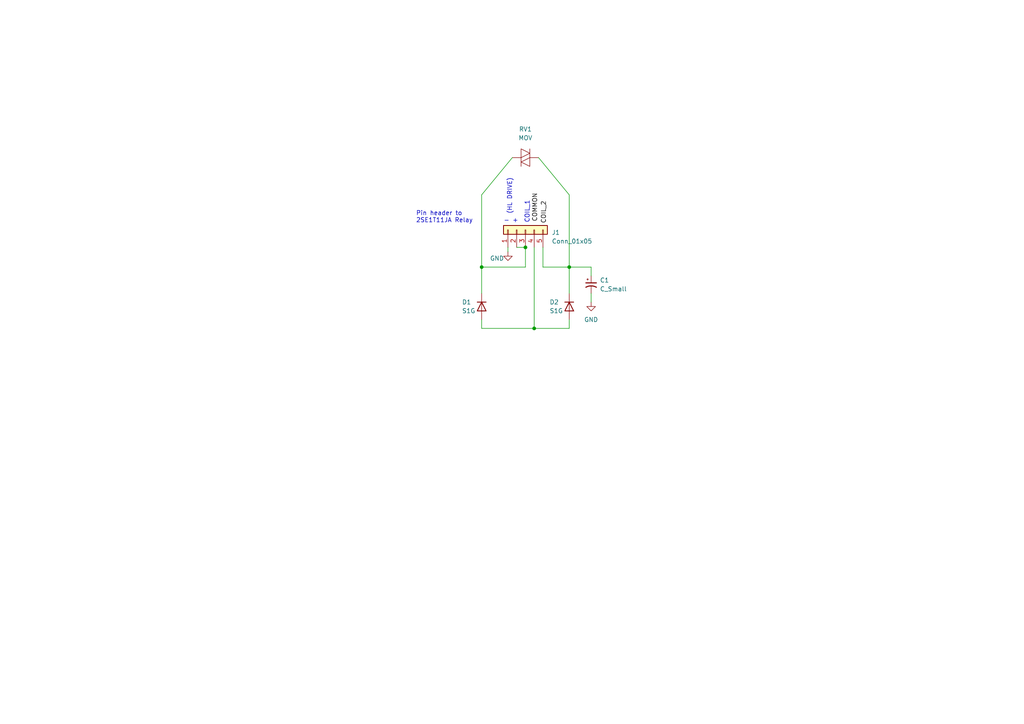
<source format=kicad_sch>
(kicad_sch (version 20211123) (generator eeschema)
  (paper "A4")
  (lib_symbols
    (symbol "Connector_Generic:Conn_01x05" (pin_names (offset 1.016) hide)
      (property "Reference" "J" (at 0 7.62 0))
      (property "Value" "Conn_01x05" (at 0 -7.62 0))
      (symbol "Conn_01x05_1_1"
        (rectangle (start -1.27 -4.953) (end 0 -5.207) (stroke (width 0.1524)))
        (rectangle (start -1.27 -2.413) (end 0 -2.667) (stroke (width 0.1524)))
        (rectangle (start -1.27 0.127) (end 0 -0.127) (stroke (width 0.1524)))
        (rectangle (start -1.27 2.667) (end 0 2.413) (stroke (width 0.1524)))
        (rectangle (start -1.27 5.207) (end 0 4.953) (stroke (width 0.1524)))
        (rectangle (start -1.27 6.35) (end 1.27 -6.35) (stroke (width 0.254)) (fill (type background)))
        (pin passive line (at -5.08 5.08 0) (length 3.81) (name "Pin_1") (number "1"))
        (pin passive line (at -5.08 2.54 0) (length 3.81) (name "Pin_2") (number "2"))
        (pin passive line (at -5.08 0 0) (length 3.81) (name "Pin_3") (number "3"))
        (pin passive line (at -5.08 -2.54 0) (length 3.81) (name "Pin_4") (number "4"))
        (pin passive line (at -5.08 -5.08 0) (length 3.81) (name "Pin_5") (number "5"))
      )
    )
    (symbol "Device:C_Polarized_Small_US" (pin_numbers hide) (pin_names (offset 0.254) hide)
      (property "Reference" "C" (at 0.254 1.778 0))
      (property "Value" "C_Polarized_Small_US" (at 0.254 -2.032 0))
      (symbol "C_Polarized_Small_US_0_1"
        (polyline (pts (xy -1.524 0.508) (xy 1.524 0.508)) (stroke (width 0.3048)))
        (polyline (pts (xy -1.27 1.524) (xy -0.762 1.524)))
        (polyline (pts (xy -1.016 1.27) (xy -1.016 1.778)))
        (arc (start 1.524 -0.762) (mid 0 -0.3734) (end -1.524 -0.762) (stroke (width 0.3048)))
      )
      (symbol "C_Polarized_Small_US_1_1"
        (pin passive line (at 0 2.54 270) (length 2.032) (name "~") (number "1"))
        (pin passive line (at 0 -2.54 90) (length 2.032) (name "~") (number "2"))
      )
    )
    (symbol "Diode:US1G" (pin_numbers hide) (pin_names (offset 1.016) hide)
      (property "Reference" "D" (at 0 2.54 0))
      (property "Value" "US1G" (at 0 -2.54 0))
      (symbol "US1G_0_1"
        (polyline (pts (xy -1.27 1.27) (xy -1.27 -1.27)) (stroke (width 0.254)))
        (polyline (pts (xy 1.27 0) (xy -1.27 0)))
        (polyline (pts (xy 1.27 1.27) (xy 1.27 -1.27) (xy -1.27 0) (xy 1.27 1.27)) (stroke (width 0.254)))
      )
      (symbol "US1G_1_1"
        (pin passive line (at -3.81 0 0) (length 2.54) (name "K") (number "1"))
        (pin passive line (at 3.81 0 180) (length 2.54) (name "A") (number "2"))
      )
    )
    (symbol "MOV:MOV" (pin_numbers hide) (pin_names hide)
      (property "Reference" "RV" (at -0.635 5.08 0))
      (property "Value" "MOV" (at 0 6.985 0))
      (symbol "MOV_0_1"
        (polyline (pts (xy -1.27 -2.54) (xy -1.27 0)) (stroke (width 0.1524)))
        (polyline (pts (xy 1.27 2.54) (xy 1.27 0)) (stroke (width 0.1524)))
        (polyline (pts (xy -1.27 0) (xy 1.27 1.27) (xy -1.27 2.54) (xy -1.27 0)) (stroke (width 0.1524)))
        (polyline (pts (xy 1.27 0) (xy -1.27 -1.27) (xy 1.27 -2.54) (xy 1.27 0)) (stroke (width 0.1524)))
      )
      (symbol "MOV_1_1"
        (pin passive line (at -3.81 0 0) (length 2.54) (name "~") (number "1"))
        (pin passive line (at 3.81 0 180) (length 2.54) (name "~") (number "2"))
      )
    )
    (symbol "power:GND" (power) (pin_names (offset 0))
      (property "Value" "GND" (at 0 -3.81 0))
      (symbol "GND_0_1"
        (polyline (pts (xy 0 0) (xy 0 -1.27) (xy 1.27 -1.27) (xy 0 -2.54) (xy -1.27 -1.27) (xy 0 -1.27)))
      )
      (symbol "GND_1_1"
        (pin power_in line (at 0 0 270) (length 0) hide (name "GND") (number "1"))
      )
    )
  )
  (junction (at 154.94 95.25) (diameter 0.9144))
  (junction (at 152.4 71.755) (diameter 0.9144))
  (junction (at 139.7 77.47) (diameter 0.9144))
  (junction (at 165.1 77.47) (diameter 0.9144))
  (wire (pts (xy 139.7 56.515) (xy 139.7 77.47)))
  (wire (pts (xy 139.7 77.47) (xy 139.7 85.09)))
  (wire (pts (xy 156.21 45.72) (xy 165.1 56.515)))
  (wire (pts (xy 152.4 77.47) (xy 152.4 71.755)))
  (wire (pts (xy 171.45 85.09) (xy 171.45 87.63)))
  (wire (pts (xy 139.7 92.71) (xy 139.7 95.25)))
  (wire (pts (xy 171.45 77.47) (xy 165.1 77.47)))
  (wire (pts (xy 171.45 80.01) (xy 171.45 77.47)))
  (wire (pts (xy 154.94 71.755) (xy 154.94 95.25)))
  (wire (pts (xy 149.86 71.755) (xy 152.4 71.755)))
  (wire (pts (xy 157.48 77.47) (xy 165.1 77.47)))
  (wire (pts (xy 139.7 77.47) (xy 152.4 77.47)))
  (wire (pts (xy 165.1 56.515) (xy 165.1 77.47)))
  (wire (pts (xy 165.1 77.47) (xy 165.1 85.09)))
  (wire (pts (xy 147.32 71.755) (xy 147.32 73.025)))
  (wire (pts (xy 139.7 95.25) (xy 154.94 95.25)))
  (wire (pts (xy 154.94 95.25) (xy 165.1 95.25)))
  (wire (pts (xy 165.1 92.71) (xy 165.1 95.25)))
  (wire (pts (xy 139.7 56.515) (xy 148.59 45.72)))
  (wire (pts (xy 157.48 71.755) (xy 157.48 77.47)))
  (text "COIL_1" (at 153.67 64.77 90) (effects (font (size 1.27 1.27)) (justify left bottom)))
  (text "Pin header to\n2SE1T11JA Relay" (at 120.65 64.77 0) (effects (font (size 1.27 1.27)) (justify left bottom)))
  (text "-" (at 146.05 64.77 0) (effects (font (size 1.27 1.27)) (justify left bottom)))
  (text "+\n" (at 148.59 64.77 0) (effects (font (size 1.27 1.27)) (justify left bottom)))
  (text "(HL DRIVE)\n" (at 148.59 62.23 90) (effects (font (size 1.27 1.27)) (justify left bottom)))
  (label "COIL_2" (at 158.75 64.77 90))
  (label " " (at 152.4 77.47 180))
  (label "COMMON" (at 156.21 55.88 270))
  (symbol (lib_id "power:GND") (at 147.32 73.025 0) (unit 1)
    (property "Reference" "#PWR0102" (effects hide))
    (property "Value" "GND" (at 144.145 74.93 0))
  )
  (symbol (lib_id "Diode:US1G") (at 139.7 88.9 270) (unit 1)
    (property "Reference" "D1" (at 133.985 87.6299 90) (effects (justify left)))
    (property "Value" "S1G" (at 133.985 90.1699 90) (effects (justify left)))
    (property "Footprint" "Diode_SMD:D_SMA" (effects hide))
    (property "Datasheet" "https://www.diodes.com/assets/Datasheets/ds16008.pdf" (effects hide))
  )
  (symbol (lib_id "power:GND") (at 171.45 87.63 0) (unit 1)
    (property "Reference" "#PWR0101" (effects hide))
    (property "Value" "GND" (at 171.45 92.71 0))
  )
  (symbol (lib_id "Connector_Generic:Conn_01x05") (at 152.4 66.675 90) (unit 1)
    (property "Reference" "J1" (at 160.02 67.4369 90) (effects (justify right)))
    (property "Value" "Conn_01x05" (at 160.02 69.9769 90) (effects (justify right)))
    (property "Footprint" "Pinhead:2-3_1x05_2.54mm" (effects hide))
  )
  (symbol (lib_id "Diode:US1G") (at 165.1 88.9 270) (unit 1)
    (property "Reference" "D2" (at 159.385 87.6299 90) (effects (justify left)))
    (property "Value" "S1G" (at 159.385 90.1699 90) (effects (justify left)))
    (property "Footprint" "Diode_SMD:D_SMA" (effects hide))
    (property "Datasheet" "https://www.diodes.com/assets/Datasheets/ds16008.pdf" (effects hide))
  )
  (symbol (lib_id "MOV:MOV") (at 152.4 45.72 0) (unit 1)
    (property "Reference" "RV1" (at 152.4 37.465 0))
    (property "Value" "MOV" (at 152.4 40.005 0))
    (property "Footprint" "SMD_MOV:2220_MOV" (effects hide))
  )
  (symbol (lib_id "Device:C_Polarized_Small_US") (at 171.45 82.55 0) (unit 1)
    (property "Reference" "C1" (at 173.99 81.2799 0) (effects (justify left)))
    (property "Value" "C_Small" (at 173.99 83.8199 0) (effects (justify left)))
    (property "Footprint" "SMD_Cap:CP_Elec_16x16.8" (effects hide))
  )
)
</source>
